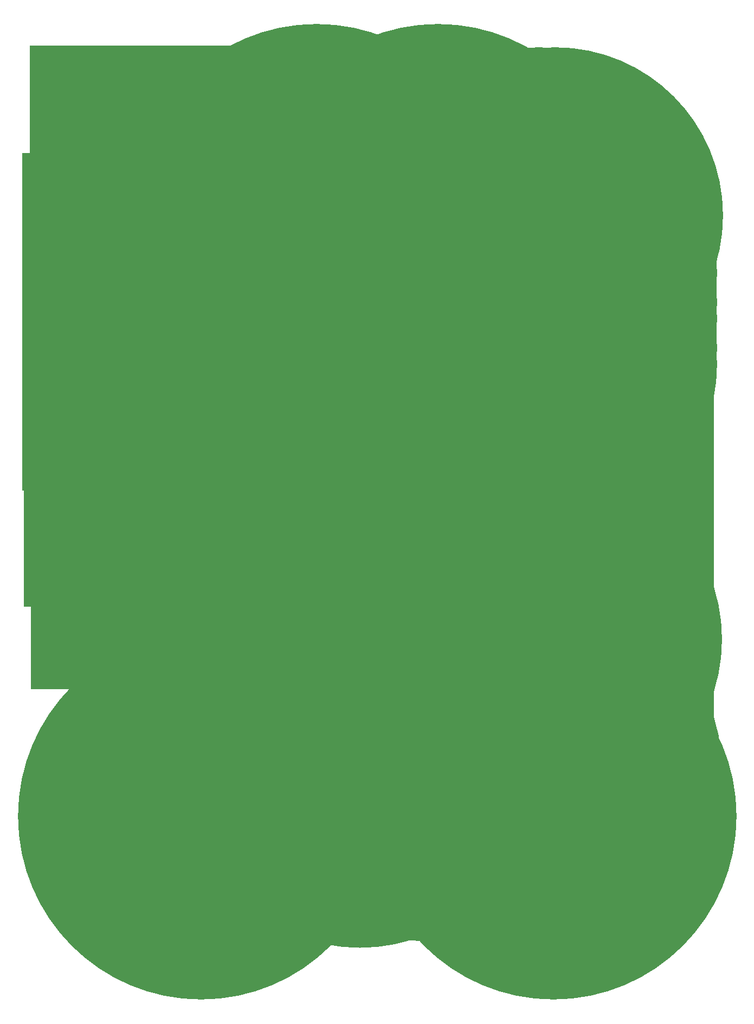
<source format=gts>
G04 #@! TF.FileFunction,Soldermask,Top*
%FSLAX46Y46*%
G04 Gerber Fmt 4.6, Leading zero omitted, Abs format (unit mm)*
G04 Created by KiCad (PCBNEW 4.0.7) date 04/09/18 23:54:34*
%MOMM*%
%LPD*%
G01*
G04 APERTURE LIST*
%ADD10C,0.100000*%
%ADD11C,52.470000*%
%ADD12R,51.450000X52.360000*%
%ADD13R,52.400000X52.400000*%
%ADD14O,52.400000X52.400000*%
%ADD15R,52.050000X52.300000*%
%ADD16R,52.300000X52.050000*%
%ADD17R,52.100000X52.300000*%
%ADD18C,53.600000*%
%ADD19C,52.580000*%
%ADD20C,53.500000*%
%ADD21R,52.360000X51.450000*%
%ADD22R,53.120000X51.150000*%
%ADD23R,51.150000X53.120000*%
%ADD24C,57.200000*%
%ADD25R,51.400000X51.900000*%
G04 APERTURE END LIST*
D10*
D11*
X125730000Y-53213000D03*
X123190000Y-53213000D03*
D12*
X119695000Y-97710000D03*
X118745000Y-97710000D03*
X117795000Y-97710000D03*
X117795000Y-100410000D03*
X119695000Y-100410000D03*
X118745000Y-100410000D03*
D13*
X89217500Y-93154500D03*
D14*
X122237500Y-77914500D03*
X91757500Y-93154500D03*
X119697500Y-77914500D03*
X94297500Y-93154500D03*
X117157500Y-77914500D03*
X96837500Y-93154500D03*
X114617500Y-77914500D03*
X99377500Y-93154500D03*
X112077500Y-77914500D03*
X101917500Y-93154500D03*
X109537500Y-77914500D03*
X104457500Y-93154500D03*
X106997500Y-77914500D03*
X106997500Y-93154500D03*
X104457500Y-77914500D03*
X109537500Y-93154500D03*
X101917500Y-77914500D03*
X112077500Y-93154500D03*
X99377500Y-77914500D03*
X114617500Y-93154500D03*
X96837500Y-77914500D03*
X117157500Y-93154500D03*
X94297500Y-77914500D03*
X119697500Y-93154500D03*
X91757500Y-77914500D03*
X122237500Y-93154500D03*
X89217500Y-77914500D03*
X124777500Y-93154500D03*
X124777500Y-77914500D03*
D15*
X80645000Y-82530000D03*
X80645000Y-80030000D03*
X80645000Y-64115000D03*
X80645000Y-61615000D03*
X121920000Y-64242000D03*
X121920000Y-61742000D03*
D16*
X81895000Y-52705000D03*
X79395000Y-52705000D03*
X81895000Y-56515000D03*
X79395000Y-56515000D03*
D15*
X128524000Y-66782000D03*
X128524000Y-64282000D03*
X125476000Y-66782000D03*
X125476000Y-64282000D03*
D16*
X106954000Y-60960000D03*
X109454000Y-60960000D03*
X106954000Y-65024000D03*
X109454000Y-65024000D03*
X92730000Y-69088000D03*
X95230000Y-69088000D03*
X92730000Y-73152000D03*
X95230000Y-73152000D03*
X106954000Y-69088000D03*
X109454000Y-69088000D03*
X106954000Y-73152000D03*
X109454000Y-73152000D03*
X92730000Y-60960000D03*
X95230000Y-60960000D03*
X92730000Y-65024000D03*
X95230000Y-65024000D03*
X116225000Y-107950000D03*
X118725000Y-107950000D03*
X116225000Y-104140000D03*
X118725000Y-104140000D03*
X123845000Y-97155000D03*
X126345000Y-97155000D03*
X123845000Y-100965000D03*
X126345000Y-100965000D03*
X131465000Y-104140000D03*
X133965000Y-104140000D03*
X131465000Y-107950000D03*
X133965000Y-107950000D03*
D11*
X135255000Y-53213000D03*
X132715000Y-53213000D03*
X134366000Y-76454000D03*
X134366000Y-73914000D03*
X134366000Y-69342000D03*
X134366000Y-66802000D03*
X134366000Y-62230000D03*
X134366000Y-59690000D03*
D17*
X98425000Y-100410000D03*
X98425000Y-97710000D03*
X101600000Y-100410000D03*
X101600000Y-97710000D03*
X123444000Y-69770000D03*
X123444000Y-72470000D03*
X119888000Y-69770000D03*
X119888000Y-72470000D03*
X116332000Y-69770000D03*
X116332000Y-72470000D03*
D18*
X104775000Y-140716000D03*
X84455000Y-140716000D03*
D19*
X104775000Y-111252000D03*
X102235000Y-111252000D03*
X99695000Y-111252000D03*
X97155000Y-111252000D03*
X94615000Y-111252000D03*
X92075000Y-111252000D03*
X89535000Y-111252000D03*
X86995000Y-111252000D03*
X84455000Y-111252000D03*
X133350000Y-112014000D03*
X130810000Y-112014000D03*
X125730000Y-112014000D03*
X128270000Y-112014000D03*
X123190000Y-112014000D03*
X120650000Y-112014000D03*
X118110000Y-112014000D03*
X115570000Y-112014000D03*
D20*
X114300000Y-139700000D03*
X134620000Y-139700000D03*
X134620000Y-119380000D03*
X114300000Y-119380000D03*
D17*
X88900000Y-100410000D03*
X88900000Y-97710000D03*
X92075000Y-100410000D03*
X92075000Y-97710000D03*
X104775000Y-100410000D03*
X104775000Y-97710000D03*
X107950000Y-100410000D03*
X107950000Y-97710000D03*
D21*
X88726000Y-55306000D03*
X88726000Y-54356000D03*
X88726000Y-53406000D03*
X86026000Y-53406000D03*
X86026000Y-55306000D03*
D12*
X126685000Y-72470000D03*
X127635000Y-72470000D03*
X128585000Y-72470000D03*
X128585000Y-69770000D03*
X126685000Y-69770000D03*
X103058000Y-61642000D03*
X102108000Y-61642000D03*
X101158000Y-61642000D03*
X101158000Y-64342000D03*
X103058000Y-64342000D03*
X102108000Y-64342000D03*
X88834000Y-69770000D03*
X87884000Y-69770000D03*
X86934000Y-69770000D03*
X86934000Y-72470000D03*
X88834000Y-72470000D03*
X87884000Y-72470000D03*
X103058000Y-69770000D03*
X102108000Y-69770000D03*
X101158000Y-69770000D03*
X101158000Y-72470000D03*
X103058000Y-72470000D03*
X102108000Y-72470000D03*
X88834000Y-61642000D03*
X87884000Y-61642000D03*
X86934000Y-61642000D03*
X86934000Y-64342000D03*
X88834000Y-64342000D03*
X87884000Y-64342000D03*
X110175000Y-107395000D03*
X111125000Y-107395000D03*
X112075000Y-107395000D03*
X112075000Y-104695000D03*
X110175000Y-104695000D03*
X111125000Y-104695000D03*
X127315000Y-104695000D03*
X126365000Y-104695000D03*
X125415000Y-104695000D03*
X125415000Y-107395000D03*
X127315000Y-107395000D03*
X126365000Y-107395000D03*
D22*
X78850000Y-88765000D03*
X78850000Y-88265000D03*
X78850000Y-87765000D03*
D23*
X79895000Y-86220000D03*
X80395000Y-86220000D03*
X80895000Y-86220000D03*
X81395000Y-86220000D03*
D22*
X82440000Y-88765000D03*
X82440000Y-88265000D03*
X82440000Y-87765000D03*
D23*
X79895000Y-90310000D03*
X80395000Y-90310000D03*
X80895000Y-90310000D03*
X81395000Y-90310000D03*
X80145000Y-68055000D03*
X80645000Y-68055000D03*
X81145000Y-68055000D03*
D22*
X82690000Y-69100000D03*
X82690000Y-69600000D03*
X82690000Y-70100000D03*
X82690000Y-70600000D03*
D23*
X80145000Y-71645000D03*
X80645000Y-71645000D03*
X81145000Y-71645000D03*
D22*
X78600000Y-69100000D03*
X78600000Y-69600000D03*
X78600000Y-70100000D03*
X78600000Y-70600000D03*
D24*
X117000000Y-52000000D03*
X98000000Y-52000000D03*
X80000000Y-147000000D03*
X135000000Y-147000000D03*
D25*
X116128000Y-64092000D03*
X117378000Y-64092000D03*
X118628000Y-64092000D03*
X119878000Y-64092000D03*
X119878000Y-61892000D03*
X118628000Y-61892000D03*
X117378000Y-61892000D03*
X116128000Y-61892000D03*
D17*
X83820000Y-98345000D03*
X83820000Y-101045000D03*
X79375000Y-101045000D03*
X79375000Y-98345000D03*
M02*

</source>
